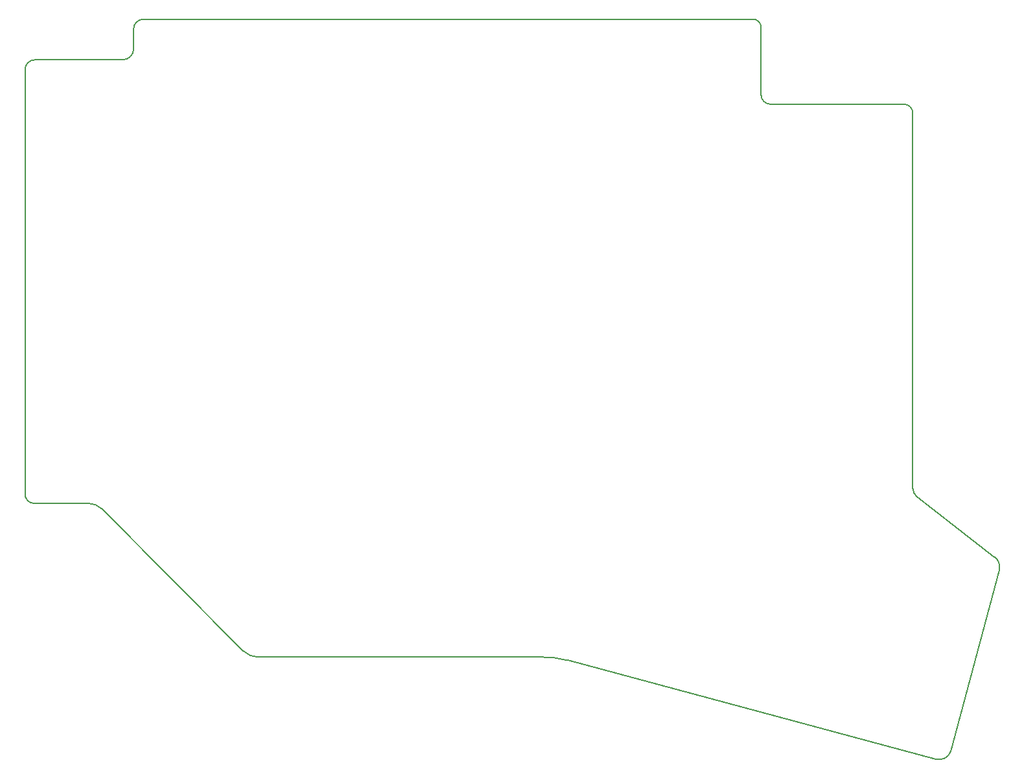
<source format=gm1>
G04 #@! TF.GenerationSoftware,KiCad,Pcbnew,(6.0.6-0)*
G04 #@! TF.CreationDate,2022-07-08T23:19:37+08:00*
G04 #@! TF.ProjectId,AT_ST,41545f53-542e-46b6-9963-61645f706362,rev?*
G04 #@! TF.SameCoordinates,Original*
G04 #@! TF.FileFunction,Profile,NP*
%FSLAX46Y46*%
G04 Gerber Fmt 4.6, Leading zero omitted, Abs format (unit mm)*
G04 Created by KiCad (PCBNEW (6.0.6-0)) date 2022-07-08 23:19:37*
%MOMM*%
%LPD*%
G01*
G04 APERTURE LIST*
G04 #@! TA.AperFunction,Profile*
%ADD10C,0.150000*%
G04 #@! TD*
G04 APERTURE END LIST*
D10*
X113369308Y-58534208D02*
G75*
G03*
X112121514Y-59778900I41092J-1288992D01*
G01*
X110727711Y-63838898D02*
G75*
G03*
X112125002Y-62440710I-6411J1403698D01*
G01*
X224561400Y-128803400D02*
X214461347Y-120981192D01*
X106230600Y-121822800D02*
X99060000Y-121822800D01*
X126441200Y-141097000D02*
X107950000Y-122536000D01*
X218871800Y-154228800D02*
X225221800Y-130530600D01*
X99348511Y-63838915D02*
X110727711Y-63838915D01*
X97929227Y-120649997D02*
G75*
G03*
X99060000Y-121822800I1226373J50897D01*
G01*
X126441219Y-141096982D02*
G75*
G03*
X128473200Y-141912181I1929881J1870382D01*
G01*
X216916000Y-155219400D02*
X168795573Y-142346800D01*
X165608000Y-141920181D02*
X128473200Y-141912181D01*
X194100178Y-59639200D02*
X194100178Y-68435110D01*
X107949969Y-122536029D02*
G75*
G03*
X106230600Y-121822800I-1655469J-1561771D01*
G01*
X212737616Y-69648249D02*
X195313317Y-69648249D01*
X213906021Y-119844915D02*
G75*
G03*
X214461347Y-120981192I1621679J88715D01*
G01*
X112121514Y-59778900D02*
X112125002Y-62440710D01*
X216916004Y-155219386D02*
G75*
G03*
X218871800Y-154228800I477796J1482686D01*
G01*
X194100151Y-68435110D02*
G75*
G03*
X195313317Y-69648249I1213149J10D01*
G01*
X99348510Y-63838925D02*
G75*
G03*
X97929166Y-65133110I-94210J-1322075D01*
G01*
X213906004Y-70815200D02*
G75*
G03*
X212737616Y-69648249I-1124804J42200D01*
G01*
X168795573Y-142346800D02*
G75*
G03*
X165608000Y-141920181I-3021173J-10451700D01*
G01*
X194100236Y-59639201D02*
G75*
G03*
X192972911Y-58534504I-1084736J20601D01*
G01*
X192972911Y-58534504D02*
X113369311Y-58534300D01*
X213906016Y-119844915D02*
X213906016Y-70815200D01*
X225221785Y-130530597D02*
G75*
G03*
X224561400Y-128803400I-1602085J377297D01*
G01*
X97929166Y-65133110D02*
X97929166Y-120650000D01*
M02*

</source>
